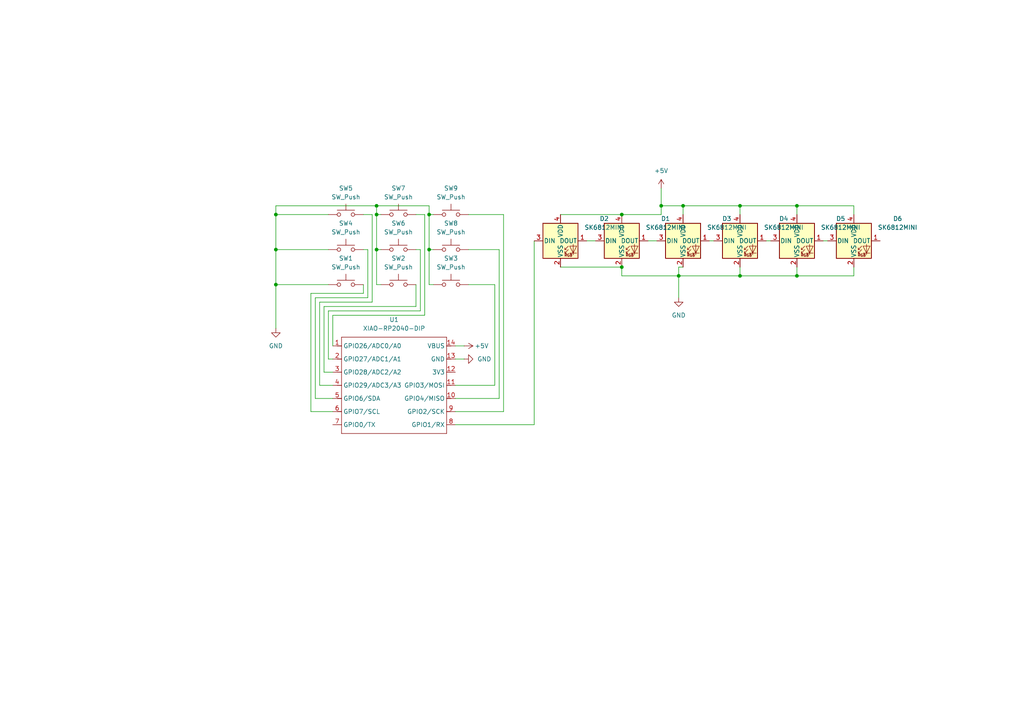
<source format=kicad_sch>
(kicad_sch
	(version 20250114)
	(generator "eeschema")
	(generator_version "9.0")
	(uuid "78277fb3-c972-49c6-a605-abad6374bf9e")
	(paper "A4")
	(lib_symbols
		(symbol "LED:SK6812MINI"
			(pin_names
				(offset 0.254)
			)
			(exclude_from_sim no)
			(in_bom yes)
			(on_board yes)
			(property "Reference" "D"
				(at 5.08 5.715 0)
				(effects
					(font
						(size 1.27 1.27)
					)
					(justify right bottom)
				)
			)
			(property "Value" "SK6812MINI"
				(at 1.27 -5.715 0)
				(effects
					(font
						(size 1.27 1.27)
					)
					(justify left top)
				)
			)
			(property "Footprint" "LED_SMD:LED_SK6812MINI_PLCC4_3.5x3.5mm_P1.75mm"
				(at 1.27 -7.62 0)
				(effects
					(font
						(size 1.27 1.27)
					)
					(justify left top)
					(hide yes)
				)
			)
			(property "Datasheet" "https://cdn-shop.adafruit.com/product-files/2686/SK6812MINI_REV.01-1-2.pdf"
				(at 2.54 -9.525 0)
				(effects
					(font
						(size 1.27 1.27)
					)
					(justify left top)
					(hide yes)
				)
			)
			(property "Description" "RGB LED with integrated controller"
				(at 0 0 0)
				(effects
					(font
						(size 1.27 1.27)
					)
					(hide yes)
				)
			)
			(property "ki_keywords" "RGB LED NeoPixel Mini addressable"
				(at 0 0 0)
				(effects
					(font
						(size 1.27 1.27)
					)
					(hide yes)
				)
			)
			(property "ki_fp_filters" "LED*SK6812MINI*PLCC*3.5x3.5mm*P1.75mm*"
				(at 0 0 0)
				(effects
					(font
						(size 1.27 1.27)
					)
					(hide yes)
				)
			)
			(symbol "SK6812MINI_0_0"
				(text "RGB"
					(at 2.286 -4.191 0)
					(effects
						(font
							(size 0.762 0.762)
						)
					)
				)
			)
			(symbol "SK6812MINI_0_1"
				(polyline
					(pts
						(xy 1.27 -2.54) (xy 1.778 -2.54)
					)
					(stroke
						(width 0)
						(type default)
					)
					(fill
						(type none)
					)
				)
				(polyline
					(pts
						(xy 1.27 -3.556) (xy 1.778 -3.556)
					)
					(stroke
						(width 0)
						(type default)
					)
					(fill
						(type none)
					)
				)
				(polyline
					(pts
						(xy 2.286 -1.524) (xy 1.27 -2.54) (xy 1.27 -2.032)
					)
					(stroke
						(width 0)
						(type default)
					)
					(fill
						(type none)
					)
				)
				(polyline
					(pts
						(xy 2.286 -2.54) (xy 1.27 -3.556) (xy 1.27 -3.048)
					)
					(stroke
						(width 0)
						(type default)
					)
					(fill
						(type none)
					)
				)
				(polyline
					(pts
						(xy 3.683 -1.016) (xy 3.683 -3.556) (xy 3.683 -4.064)
					)
					(stroke
						(width 0)
						(type default)
					)
					(fill
						(type none)
					)
				)
				(polyline
					(pts
						(xy 4.699 -1.524) (xy 2.667 -1.524) (xy 3.683 -3.556) (xy 4.699 -1.524)
					)
					(stroke
						(width 0)
						(type default)
					)
					(fill
						(type none)
					)
				)
				(polyline
					(pts
						(xy 4.699 -3.556) (xy 2.667 -3.556)
					)
					(stroke
						(width 0)
						(type default)
					)
					(fill
						(type none)
					)
				)
				(rectangle
					(start 5.08 5.08)
					(end -5.08 -5.08)
					(stroke
						(width 0.254)
						(type default)
					)
					(fill
						(type background)
					)
				)
			)
			(symbol "SK6812MINI_1_1"
				(pin input line
					(at -7.62 0 0)
					(length 2.54)
					(name "DIN"
						(effects
							(font
								(size 1.27 1.27)
							)
						)
					)
					(number "3"
						(effects
							(font
								(size 1.27 1.27)
							)
						)
					)
				)
				(pin power_in line
					(at 0 7.62 270)
					(length 2.54)
					(name "VDD"
						(effects
							(font
								(size 1.27 1.27)
							)
						)
					)
					(number "4"
						(effects
							(font
								(size 1.27 1.27)
							)
						)
					)
				)
				(pin power_in line
					(at 0 -7.62 90)
					(length 2.54)
					(name "VSS"
						(effects
							(font
								(size 1.27 1.27)
							)
						)
					)
					(number "2"
						(effects
							(font
								(size 1.27 1.27)
							)
						)
					)
				)
				(pin output line
					(at 7.62 0 180)
					(length 2.54)
					(name "DOUT"
						(effects
							(font
								(size 1.27 1.27)
							)
						)
					)
					(number "1"
						(effects
							(font
								(size 1.27 1.27)
							)
						)
					)
				)
			)
			(embedded_fonts no)
		)
		(symbol "OPL:XIAO-RP2040-DIP"
			(exclude_from_sim no)
			(in_bom yes)
			(on_board yes)
			(property "Reference" "U"
				(at 0 0 0)
				(effects
					(font
						(size 1.27 1.27)
					)
				)
			)
			(property "Value" "XIAO-RP2040-DIP"
				(at 5.334 -1.778 0)
				(effects
					(font
						(size 1.27 1.27)
					)
				)
			)
			(property "Footprint" "Module:MOUDLE14P-XIAO-DIP-SMD"
				(at 14.478 -32.258 0)
				(effects
					(font
						(size 1.27 1.27)
					)
					(hide yes)
				)
			)
			(property "Datasheet" ""
				(at 0 0 0)
				(effects
					(font
						(size 1.27 1.27)
					)
					(hide yes)
				)
			)
			(property "Description" ""
				(at 0 0 0)
				(effects
					(font
						(size 1.27 1.27)
					)
					(hide yes)
				)
			)
			(symbol "XIAO-RP2040-DIP_1_0"
				(polyline
					(pts
						(xy -1.27 -2.54) (xy 29.21 -2.54)
					)
					(stroke
						(width 0.1524)
						(type solid)
					)
					(fill
						(type none)
					)
				)
				(polyline
					(pts
						(xy -1.27 -5.08) (xy -2.54 -5.08)
					)
					(stroke
						(width 0.1524)
						(type solid)
					)
					(fill
						(type none)
					)
				)
				(polyline
					(pts
						(xy -1.27 -5.08) (xy -1.27 -2.54)
					)
					(stroke
						(width 0.1524)
						(type solid)
					)
					(fill
						(type none)
					)
				)
				(polyline
					(pts
						(xy -1.27 -8.89) (xy -2.54 -8.89)
					)
					(stroke
						(width 0.1524)
						(type solid)
					)
					(fill
						(type none)
					)
				)
				(polyline
					(pts
						(xy -1.27 -8.89) (xy -1.27 -5.08)
					)
					(stroke
						(width 0.1524)
						(type solid)
					)
					(fill
						(type none)
					)
				)
				(polyline
					(pts
						(xy -1.27 -12.7) (xy -2.54 -12.7)
					)
					(stroke
						(width 0.1524)
						(type solid)
					)
					(fill
						(type none)
					)
				)
				(polyline
					(pts
						(xy -1.27 -12.7) (xy -1.27 -8.89)
					)
					(stroke
						(width 0.1524)
						(type solid)
					)
					(fill
						(type none)
					)
				)
				(polyline
					(pts
						(xy -1.27 -16.51) (xy -2.54 -16.51)
					)
					(stroke
						(width 0.1524)
						(type solid)
					)
					(fill
						(type none)
					)
				)
				(polyline
					(pts
						(xy -1.27 -16.51) (xy -1.27 -12.7)
					)
					(stroke
						(width 0.1524)
						(type solid)
					)
					(fill
						(type none)
					)
				)
				(polyline
					(pts
						(xy -1.27 -20.32) (xy -2.54 -20.32)
					)
					(stroke
						(width 0.1524)
						(type solid)
					)
					(fill
						(type none)
					)
				)
				(polyline
					(pts
						(xy -1.27 -24.13) (xy -2.54 -24.13)
					)
					(stroke
						(width 0.1524)
						(type solid)
					)
					(fill
						(type none)
					)
				)
				(polyline
					(pts
						(xy -1.27 -27.94) (xy -2.54 -27.94)
					)
					(stroke
						(width 0.1524)
						(type solid)
					)
					(fill
						(type none)
					)
				)
				(polyline
					(pts
						(xy -1.27 -30.48) (xy -1.27 -16.51)
					)
					(stroke
						(width 0.1524)
						(type solid)
					)
					(fill
						(type none)
					)
				)
				(polyline
					(pts
						(xy 29.21 -2.54) (xy 29.21 -5.08)
					)
					(stroke
						(width 0.1524)
						(type solid)
					)
					(fill
						(type none)
					)
				)
				(polyline
					(pts
						(xy 29.21 -5.08) (xy 29.21 -8.89)
					)
					(stroke
						(width 0.1524)
						(type solid)
					)
					(fill
						(type none)
					)
				)
				(polyline
					(pts
						(xy 29.21 -8.89) (xy 29.21 -12.7)
					)
					(stroke
						(width 0.1524)
						(type solid)
					)
					(fill
						(type none)
					)
				)
				(polyline
					(pts
						(xy 29.21 -12.7) (xy 29.21 -30.48)
					)
					(stroke
						(width 0.1524)
						(type solid)
					)
					(fill
						(type none)
					)
				)
				(polyline
					(pts
						(xy 29.21 -30.48) (xy -1.27 -30.48)
					)
					(stroke
						(width 0.1524)
						(type solid)
					)
					(fill
						(type none)
					)
				)
				(polyline
					(pts
						(xy 30.48 -5.08) (xy 29.21 -5.08)
					)
					(stroke
						(width 0.1524)
						(type solid)
					)
					(fill
						(type none)
					)
				)
				(polyline
					(pts
						(xy 30.48 -8.89) (xy 29.21 -8.89)
					)
					(stroke
						(width 0.1524)
						(type solid)
					)
					(fill
						(type none)
					)
				)
				(polyline
					(pts
						(xy 30.48 -12.7) (xy 29.21 -12.7)
					)
					(stroke
						(width 0.1524)
						(type solid)
					)
					(fill
						(type none)
					)
				)
				(polyline
					(pts
						(xy 30.48 -16.51) (xy 29.21 -16.51)
					)
					(stroke
						(width 0.1524)
						(type solid)
					)
					(fill
						(type none)
					)
				)
				(polyline
					(pts
						(xy 30.48 -20.32) (xy 29.21 -20.32)
					)
					(stroke
						(width 0.1524)
						(type solid)
					)
					(fill
						(type none)
					)
				)
				(polyline
					(pts
						(xy 30.48 -24.13) (xy 29.21 -24.13)
					)
					(stroke
						(width 0.1524)
						(type solid)
					)
					(fill
						(type none)
					)
				)
				(polyline
					(pts
						(xy 30.48 -27.94) (xy 29.21 -27.94)
					)
					(stroke
						(width 0.1524)
						(type solid)
					)
					(fill
						(type none)
					)
				)
				(pin passive line
					(at -3.81 -5.08 0)
					(length 2.54)
					(name "GPIO26/ADC0/A0"
						(effects
							(font
								(size 1.27 1.27)
							)
						)
					)
					(number "1"
						(effects
							(font
								(size 1.27 1.27)
							)
						)
					)
				)
				(pin passive line
					(at -3.81 -8.89 0)
					(length 2.54)
					(name "GPIO27/ADC1/A1"
						(effects
							(font
								(size 1.27 1.27)
							)
						)
					)
					(number "2"
						(effects
							(font
								(size 1.27 1.27)
							)
						)
					)
				)
				(pin passive line
					(at -3.81 -12.7 0)
					(length 2.54)
					(name "GPIO28/ADC2/A2"
						(effects
							(font
								(size 1.27 1.27)
							)
						)
					)
					(number "3"
						(effects
							(font
								(size 1.27 1.27)
							)
						)
					)
				)
				(pin passive line
					(at -3.81 -16.51 0)
					(length 2.54)
					(name "GPIO29/ADC3/A3"
						(effects
							(font
								(size 1.27 1.27)
							)
						)
					)
					(number "4"
						(effects
							(font
								(size 1.27 1.27)
							)
						)
					)
				)
				(pin passive line
					(at -3.81 -20.32 0)
					(length 2.54)
					(name "GPIO6/SDA"
						(effects
							(font
								(size 1.27 1.27)
							)
						)
					)
					(number "5"
						(effects
							(font
								(size 1.27 1.27)
							)
						)
					)
				)
				(pin passive line
					(at -3.81 -24.13 0)
					(length 2.54)
					(name "GPIO7/SCL"
						(effects
							(font
								(size 1.27 1.27)
							)
						)
					)
					(number "6"
						(effects
							(font
								(size 1.27 1.27)
							)
						)
					)
				)
				(pin passive line
					(at -3.81 -27.94 0)
					(length 2.54)
					(name "GPIO0/TX"
						(effects
							(font
								(size 1.27 1.27)
							)
						)
					)
					(number "7"
						(effects
							(font
								(size 1.27 1.27)
							)
						)
					)
				)
				(pin passive line
					(at 31.75 -5.08 180)
					(length 2.54)
					(name "VBUS"
						(effects
							(font
								(size 1.27 1.27)
							)
						)
					)
					(number "14"
						(effects
							(font
								(size 1.27 1.27)
							)
						)
					)
				)
				(pin passive line
					(at 31.75 -8.89 180)
					(length 2.54)
					(name "GND"
						(effects
							(font
								(size 1.27 1.27)
							)
						)
					)
					(number "13"
						(effects
							(font
								(size 1.27 1.27)
							)
						)
					)
				)
				(pin passive line
					(at 31.75 -12.7 180)
					(length 2.54)
					(name "3V3"
						(effects
							(font
								(size 1.27 1.27)
							)
						)
					)
					(number "12"
						(effects
							(font
								(size 1.27 1.27)
							)
						)
					)
				)
				(pin passive line
					(at 31.75 -16.51 180)
					(length 2.54)
					(name "GPIO3/MOSI"
						(effects
							(font
								(size 1.27 1.27)
							)
						)
					)
					(number "11"
						(effects
							(font
								(size 1.27 1.27)
							)
						)
					)
				)
				(pin passive line
					(at 31.75 -20.32 180)
					(length 2.54)
					(name "GPIO4/MISO"
						(effects
							(font
								(size 1.27 1.27)
							)
						)
					)
					(number "10"
						(effects
							(font
								(size 1.27 1.27)
							)
						)
					)
				)
				(pin passive line
					(at 31.75 -24.13 180)
					(length 2.54)
					(name "GPIO2/SCK"
						(effects
							(font
								(size 1.27 1.27)
							)
						)
					)
					(number "9"
						(effects
							(font
								(size 1.27 1.27)
							)
						)
					)
				)
				(pin passive line
					(at 31.75 -27.94 180)
					(length 2.54)
					(name "GPIO1/RX"
						(effects
							(font
								(size 1.27 1.27)
							)
						)
					)
					(number "8"
						(effects
							(font
								(size 1.27 1.27)
							)
						)
					)
				)
			)
			(embedded_fonts no)
		)
		(symbol "Switch:SW_Push"
			(pin_numbers
				(hide yes)
			)
			(pin_names
				(offset 1.016)
				(hide yes)
			)
			(exclude_from_sim no)
			(in_bom yes)
			(on_board yes)
			(property "Reference" "SW"
				(at 1.27 2.54 0)
				(effects
					(font
						(size 1.27 1.27)
					)
					(justify left)
				)
			)
			(property "Value" "SW_Push"
				(at 0 -1.524 0)
				(effects
					(font
						(size 1.27 1.27)
					)
				)
			)
			(property "Footprint" ""
				(at 0 5.08 0)
				(effects
					(font
						(size 1.27 1.27)
					)
					(hide yes)
				)
			)
			(property "Datasheet" "~"
				(at 0 5.08 0)
				(effects
					(font
						(size 1.27 1.27)
					)
					(hide yes)
				)
			)
			(property "Description" "Push button switch, generic, two pins"
				(at 0 0 0)
				(effects
					(font
						(size 1.27 1.27)
					)
					(hide yes)
				)
			)
			(property "ki_keywords" "switch normally-open pushbutton push-button"
				(at 0 0 0)
				(effects
					(font
						(size 1.27 1.27)
					)
					(hide yes)
				)
			)
			(symbol "SW_Push_0_1"
				(circle
					(center -2.032 0)
					(radius 0.508)
					(stroke
						(width 0)
						(type default)
					)
					(fill
						(type none)
					)
				)
				(polyline
					(pts
						(xy 0 1.27) (xy 0 3.048)
					)
					(stroke
						(width 0)
						(type default)
					)
					(fill
						(type none)
					)
				)
				(circle
					(center 2.032 0)
					(radius 0.508)
					(stroke
						(width 0)
						(type default)
					)
					(fill
						(type none)
					)
				)
				(polyline
					(pts
						(xy 2.54 1.27) (xy -2.54 1.27)
					)
					(stroke
						(width 0)
						(type default)
					)
					(fill
						(type none)
					)
				)
				(pin passive line
					(at -5.08 0 0)
					(length 2.54)
					(name "1"
						(effects
							(font
								(size 1.27 1.27)
							)
						)
					)
					(number "1"
						(effects
							(font
								(size 1.27 1.27)
							)
						)
					)
				)
				(pin passive line
					(at 5.08 0 180)
					(length 2.54)
					(name "2"
						(effects
							(font
								(size 1.27 1.27)
							)
						)
					)
					(number "2"
						(effects
							(font
								(size 1.27 1.27)
							)
						)
					)
				)
			)
			(embedded_fonts no)
		)
		(symbol "power:+5V"
			(power)
			(pin_numbers
				(hide yes)
			)
			(pin_names
				(offset 0)
				(hide yes)
			)
			(exclude_from_sim no)
			(in_bom yes)
			(on_board yes)
			(property "Reference" "#PWR"
				(at 0 -3.81 0)
				(effects
					(font
						(size 1.27 1.27)
					)
					(hide yes)
				)
			)
			(property "Value" "+5V"
				(at 0 3.556 0)
				(effects
					(font
						(size 1.27 1.27)
					)
				)
			)
			(property "Footprint" ""
				(at 0 0 0)
				(effects
					(font
						(size 1.27 1.27)
					)
					(hide yes)
				)
			)
			(property "Datasheet" ""
				(at 0 0 0)
				(effects
					(font
						(size 1.27 1.27)
					)
					(hide yes)
				)
			)
			(property "Description" "Power symbol creates a global label with name \"+5V\""
				(at 0 0 0)
				(effects
					(font
						(size 1.27 1.27)
					)
					(hide yes)
				)
			)
			(property "ki_keywords" "global power"
				(at 0 0 0)
				(effects
					(font
						(size 1.27 1.27)
					)
					(hide yes)
				)
			)
			(symbol "+5V_0_1"
				(polyline
					(pts
						(xy -0.762 1.27) (xy 0 2.54)
					)
					(stroke
						(width 0)
						(type default)
					)
					(fill
						(type none)
					)
				)
				(polyline
					(pts
						(xy 0 2.54) (xy 0.762 1.27)
					)
					(stroke
						(width 0)
						(type default)
					)
					(fill
						(type none)
					)
				)
				(polyline
					(pts
						(xy 0 0) (xy 0 2.54)
					)
					(stroke
						(width 0)
						(type default)
					)
					(fill
						(type none)
					)
				)
			)
			(symbol "+5V_1_1"
				(pin power_in line
					(at 0 0 90)
					(length 0)
					(name "~"
						(effects
							(font
								(size 1.27 1.27)
							)
						)
					)
					(number "1"
						(effects
							(font
								(size 1.27 1.27)
							)
						)
					)
				)
			)
			(embedded_fonts no)
		)
		(symbol "power:GND"
			(power)
			(pin_numbers
				(hide yes)
			)
			(pin_names
				(offset 0)
				(hide yes)
			)
			(exclude_from_sim no)
			(in_bom yes)
			(on_board yes)
			(property "Reference" "#PWR"
				(at 0 -6.35 0)
				(effects
					(font
						(size 1.27 1.27)
					)
					(hide yes)
				)
			)
			(property "Value" "GND"
				(at 0 -3.81 0)
				(effects
					(font
						(size 1.27 1.27)
					)
				)
			)
			(property "Footprint" ""
				(at 0 0 0)
				(effects
					(font
						(size 1.27 1.27)
					)
					(hide yes)
				)
			)
			(property "Datasheet" ""
				(at 0 0 0)
				(effects
					(font
						(size 1.27 1.27)
					)
					(hide yes)
				)
			)
			(property "Description" "Power symbol creates a global label with name \"GND\" , ground"
				(at 0 0 0)
				(effects
					(font
						(size 1.27 1.27)
					)
					(hide yes)
				)
			)
			(property "ki_keywords" "global power"
				(at 0 0 0)
				(effects
					(font
						(size 1.27 1.27)
					)
					(hide yes)
				)
			)
			(symbol "GND_0_1"
				(polyline
					(pts
						(xy 0 0) (xy 0 -1.27) (xy 1.27 -1.27) (xy 0 -2.54) (xy -1.27 -1.27) (xy 0 -1.27)
					)
					(stroke
						(width 0)
						(type default)
					)
					(fill
						(type none)
					)
				)
			)
			(symbol "GND_1_1"
				(pin power_in line
					(at 0 0 270)
					(length 0)
					(name "~"
						(effects
							(font
								(size 1.27 1.27)
							)
						)
					)
					(number "1"
						(effects
							(font
								(size 1.27 1.27)
							)
						)
					)
				)
			)
			(embedded_fonts no)
		)
	)
	(junction
		(at 124.46 62.23)
		(diameter 0)
		(color 0 0 0 0)
		(uuid "10e3d82f-ed4a-4362-a579-640eb53f62b0")
	)
	(junction
		(at 109.22 59.69)
		(diameter 0)
		(color 0 0 0 0)
		(uuid "31fe6300-f4f8-415d-b5a8-b1cd0c5040fc")
	)
	(junction
		(at 80.01 62.23)
		(diameter 0)
		(color 0 0 0 0)
		(uuid "41136bae-b037-4d8e-8233-cd9716a1177e")
	)
	(junction
		(at 124.46 72.39)
		(diameter 0)
		(color 0 0 0 0)
		(uuid "47f66866-1b7f-451d-a546-a71c1e463c58")
	)
	(junction
		(at 80.01 82.55)
		(diameter 0)
		(color 0 0 0 0)
		(uuid "48667969-8fe5-42f4-aabd-d14a3da6efc9")
	)
	(junction
		(at 231.14 59.69)
		(diameter 0)
		(color 0 0 0 0)
		(uuid "51711fc1-3af3-48e7-bd53-25d758224ff9")
	)
	(junction
		(at 198.12 59.69)
		(diameter 0)
		(color 0 0 0 0)
		(uuid "57d991d2-e115-4a16-b507-62e28dd6fe91")
	)
	(junction
		(at 80.01 72.39)
		(diameter 0)
		(color 0 0 0 0)
		(uuid "709c8849-e7e8-4184-b22a-807f3829f281")
	)
	(junction
		(at 214.63 80.01)
		(diameter 0)
		(color 0 0 0 0)
		(uuid "7f7a3419-dc2e-4f95-a969-f978ef8bb44d")
	)
	(junction
		(at 180.34 77.47)
		(diameter 0)
		(color 0 0 0 0)
		(uuid "8402b22c-e2a4-431e-bf7a-a4101444c574")
	)
	(junction
		(at 191.77 59.69)
		(diameter 0)
		(color 0 0 0 0)
		(uuid "8f4ddcbc-f346-4cbf-9dbe-5a58088e6ed9")
	)
	(junction
		(at 109.22 72.39)
		(diameter 0)
		(color 0 0 0 0)
		(uuid "90dde0d2-8496-4bb1-b029-a06a30a4647a")
	)
	(junction
		(at 109.22 62.23)
		(diameter 0)
		(color 0 0 0 0)
		(uuid "b71ad2a0-5ee7-435d-a6e6-77b9b355f26e")
	)
	(junction
		(at 180.34 62.23)
		(diameter 0)
		(color 0 0 0 0)
		(uuid "b7da31e5-a18b-411e-aa03-1f6bdf92b858")
	)
	(junction
		(at 196.85 80.01)
		(diameter 0)
		(color 0 0 0 0)
		(uuid "cccea010-e033-43bd-acaf-f7d24df5a0a2")
	)
	(junction
		(at 231.14 80.01)
		(diameter 0)
		(color 0 0 0 0)
		(uuid "d6d8d6d0-3b5a-45a8-8917-0780f771812b")
	)
	(junction
		(at 214.63 59.69)
		(diameter 0)
		(color 0 0 0 0)
		(uuid "f92d3a87-bcdb-4dab-b5a6-8407764451a9")
	)
	(wire
		(pts
			(xy 109.22 62.23) (xy 109.22 72.39)
		)
		(stroke
			(width 0)
			(type default)
		)
		(uuid "01ed3e19-5d73-4f2a-b5ff-16878f969bad")
	)
	(wire
		(pts
			(xy 238.76 69.85) (xy 240.03 69.85)
		)
		(stroke
			(width 0)
			(type default)
		)
		(uuid "134d59ed-5744-4158-b258-1aa15d58224a")
	)
	(wire
		(pts
			(xy 95.25 62.23) (xy 80.01 62.23)
		)
		(stroke
			(width 0)
			(type default)
		)
		(uuid "153146df-7249-4585-bfdf-2b75de657b6c")
	)
	(wire
		(pts
			(xy 124.46 62.23) (xy 124.46 59.69)
		)
		(stroke
			(width 0)
			(type default)
		)
		(uuid "1768efbf-0e81-4ec6-9ef8-2e7b55d7f575")
	)
	(wire
		(pts
			(xy 80.01 82.55) (xy 80.01 95.25)
		)
		(stroke
			(width 0)
			(type default)
		)
		(uuid "181037c1-d15d-48ca-9b2b-61b40ccffc8c")
	)
	(wire
		(pts
			(xy 196.85 80.01) (xy 196.85 86.36)
		)
		(stroke
			(width 0)
			(type default)
		)
		(uuid "181d7bd5-123d-491d-b0c0-23ca32c0c074")
	)
	(wire
		(pts
			(xy 106.68 72.39) (xy 106.68 86.36)
		)
		(stroke
			(width 0)
			(type default)
		)
		(uuid "20c13a5f-8bb4-4ea9-a606-d3b5ff4fbd08")
	)
	(wire
		(pts
			(xy 109.22 59.69) (xy 124.46 59.69)
		)
		(stroke
			(width 0)
			(type default)
		)
		(uuid "2abcb781-f96e-46b9-8032-967142e4ef51")
	)
	(wire
		(pts
			(xy 135.89 72.39) (xy 144.78 72.39)
		)
		(stroke
			(width 0)
			(type default)
		)
		(uuid "305c1c7a-6805-451b-937e-7a19c614c44d")
	)
	(wire
		(pts
			(xy 247.65 62.23) (xy 247.65 59.69)
		)
		(stroke
			(width 0)
			(type default)
		)
		(uuid "315c30ae-d89c-4897-a9d7-01cb7a74d064")
	)
	(wire
		(pts
			(xy 222.25 69.85) (xy 223.52 69.85)
		)
		(stroke
			(width 0)
			(type default)
		)
		(uuid "37a8f92c-84f6-4a6b-a836-f119b91eb2a6")
	)
	(wire
		(pts
			(xy 135.89 62.23) (xy 146.05 62.23)
		)
		(stroke
			(width 0)
			(type default)
		)
		(uuid "3c10c55c-5627-47c9-a357-de5c48fa4fdf")
	)
	(wire
		(pts
			(xy 198.12 59.69) (xy 214.63 59.69)
		)
		(stroke
			(width 0)
			(type default)
		)
		(uuid "3dd2a9e8-63a3-408a-8ed2-bc0a0f6a8c9a")
	)
	(wire
		(pts
			(xy 120.65 88.9) (xy 93.98 88.9)
		)
		(stroke
			(width 0)
			(type default)
		)
		(uuid "4035f96f-fd3f-4fe1-83c9-2aed1d282339")
	)
	(wire
		(pts
			(xy 121.92 90.17) (xy 95.25 90.17)
		)
		(stroke
			(width 0)
			(type default)
		)
		(uuid "41fd93dd-8215-4745-8385-ad3c665453f5")
	)
	(wire
		(pts
			(xy 125.73 82.55) (xy 124.46 82.55)
		)
		(stroke
			(width 0)
			(type default)
		)
		(uuid "4308cd92-74ce-42b5-a87a-d3478cabecf5")
	)
	(wire
		(pts
			(xy 146.05 62.23) (xy 146.05 119.38)
		)
		(stroke
			(width 0)
			(type default)
		)
		(uuid "4380b3f8-7cc4-4054-838a-bdb0b7dc3b66")
	)
	(wire
		(pts
			(xy 214.63 62.23) (xy 214.63 59.69)
		)
		(stroke
			(width 0)
			(type default)
		)
		(uuid "44007f5d-451f-42fe-89e5-eb4ade85a82c")
	)
	(wire
		(pts
			(xy 125.73 72.39) (xy 124.46 72.39)
		)
		(stroke
			(width 0)
			(type default)
		)
		(uuid "44afd69e-2b46-48ea-86ba-b0f7bc8dcdfc")
	)
	(wire
		(pts
			(xy 124.46 72.39) (xy 124.46 82.55)
		)
		(stroke
			(width 0)
			(type default)
		)
		(uuid "4a8cfe70-4fc1-41f6-b829-d753ee88638d")
	)
	(wire
		(pts
			(xy 125.73 62.23) (xy 124.46 62.23)
		)
		(stroke
			(width 0)
			(type default)
		)
		(uuid "4d6d8cff-c1ee-48d9-8507-450900bcee93")
	)
	(wire
		(pts
			(xy 92.71 111.76) (xy 96.52 111.76)
		)
		(stroke
			(width 0)
			(type default)
		)
		(uuid "4fc77ea4-013b-4843-8e98-2fd7d25a33c9")
	)
	(wire
		(pts
			(xy 105.41 72.39) (xy 106.68 72.39)
		)
		(stroke
			(width 0)
			(type default)
		)
		(uuid "53bb93b3-08df-44a1-bded-3026f44e6edf")
	)
	(wire
		(pts
			(xy 180.34 80.01) (xy 196.85 80.01)
		)
		(stroke
			(width 0)
			(type default)
		)
		(uuid "59af991b-34df-4677-97c3-ce761076f3aa")
	)
	(wire
		(pts
			(xy 180.34 80.01) (xy 180.34 77.47)
		)
		(stroke
			(width 0)
			(type default)
		)
		(uuid "59c966f3-0930-4e7f-ad76-78bce6f810e0")
	)
	(wire
		(pts
			(xy 91.44 86.36) (xy 91.44 115.57)
		)
		(stroke
			(width 0)
			(type default)
		)
		(uuid "640cb65a-aa4b-4bb1-81e5-b97413c04703")
	)
	(wire
		(pts
			(xy 231.14 77.47) (xy 231.14 80.01)
		)
		(stroke
			(width 0)
			(type default)
		)
		(uuid "6cb2a621-82e8-46ab-8742-02916d5fe036")
	)
	(wire
		(pts
			(xy 90.17 85.09) (xy 90.17 119.38)
		)
		(stroke
			(width 0)
			(type default)
		)
		(uuid "6dbb34e7-cddd-4731-91ff-b534469ba5d9")
	)
	(wire
		(pts
			(xy 162.56 77.47) (xy 180.34 77.47)
		)
		(stroke
			(width 0)
			(type default)
		)
		(uuid "6fe3f9f5-3bca-4cc2-8c6b-135db7b209af")
	)
	(wire
		(pts
			(xy 247.65 59.69) (xy 231.14 59.69)
		)
		(stroke
			(width 0)
			(type default)
		)
		(uuid "7061df67-40d8-4465-a5eb-6e732bcfce67")
	)
	(wire
		(pts
			(xy 120.65 62.23) (xy 123.19 62.23)
		)
		(stroke
			(width 0)
			(type default)
		)
		(uuid "7301a99f-3b97-4ca4-b3f4-ffc06e2d3c8f")
	)
	(wire
		(pts
			(xy 162.56 62.23) (xy 180.34 62.23)
		)
		(stroke
			(width 0)
			(type default)
		)
		(uuid "738d30c6-378c-4eac-b76d-0941bc706259")
	)
	(wire
		(pts
			(xy 214.63 77.47) (xy 214.63 80.01)
		)
		(stroke
			(width 0)
			(type default)
		)
		(uuid "7ad6ccf0-f107-48d7-be00-def57359740f")
	)
	(wire
		(pts
			(xy 107.95 87.63) (xy 92.71 87.63)
		)
		(stroke
			(width 0)
			(type default)
		)
		(uuid "7c3651d3-e00c-45a2-b0b2-4d98ffdf191a")
	)
	(wire
		(pts
			(xy 205.74 69.85) (xy 207.01 69.85)
		)
		(stroke
			(width 0)
			(type default)
		)
		(uuid "7d02171c-f468-4647-99ad-7adcc9b42abd")
	)
	(wire
		(pts
			(xy 196.85 80.01) (xy 214.63 80.01)
		)
		(stroke
			(width 0)
			(type default)
		)
		(uuid "8135851f-de0c-45a5-b760-8fb85bc306d7")
	)
	(wire
		(pts
			(xy 144.78 72.39) (xy 144.78 115.57)
		)
		(stroke
			(width 0)
			(type default)
		)
		(uuid "816260de-079a-4b96-87b5-567fdcc7dd2c")
	)
	(wire
		(pts
			(xy 80.01 72.39) (xy 80.01 82.55)
		)
		(stroke
			(width 0)
			(type default)
		)
		(uuid "8523757e-bdff-43af-83f6-d9f6771bd287")
	)
	(wire
		(pts
			(xy 154.94 123.19) (xy 132.08 123.19)
		)
		(stroke
			(width 0)
			(type default)
		)
		(uuid "88304384-ea6e-4143-927f-c9ea154603e1")
	)
	(wire
		(pts
			(xy 124.46 62.23) (xy 124.46 72.39)
		)
		(stroke
			(width 0)
			(type default)
		)
		(uuid "88f14dd5-82d3-412f-af0d-0d1c5aa32893")
	)
	(wire
		(pts
			(xy 170.18 69.85) (xy 172.72 69.85)
		)
		(stroke
			(width 0)
			(type default)
		)
		(uuid "89ef60a3-d03b-472a-9c1f-398181cc1cc9")
	)
	(wire
		(pts
			(xy 109.22 59.69) (xy 80.01 59.69)
		)
		(stroke
			(width 0)
			(type default)
		)
		(uuid "8e62a915-ccd7-411b-a88a-1b10bbb24d17")
	)
	(wire
		(pts
			(xy 143.51 82.55) (xy 143.51 111.76)
		)
		(stroke
			(width 0)
			(type default)
		)
		(uuid "90572d56-b1ef-40b3-afd7-e0108adb0e37")
	)
	(wire
		(pts
			(xy 105.41 85.09) (xy 90.17 85.09)
		)
		(stroke
			(width 0)
			(type default)
		)
		(uuid "90b85a0b-589e-4569-acfa-1a1d6f082b7b")
	)
	(wire
		(pts
			(xy 123.19 91.44) (xy 96.52 91.44)
		)
		(stroke
			(width 0)
			(type default)
		)
		(uuid "95b2d5d1-3c53-4124-b16b-e2d983c82817")
	)
	(wire
		(pts
			(xy 198.12 77.47) (xy 196.85 77.47)
		)
		(stroke
			(width 0)
			(type default)
		)
		(uuid "9663385c-0d58-4494-b61d-05b89dd419e1")
	)
	(wire
		(pts
			(xy 132.08 100.33) (xy 134.62 100.33)
		)
		(stroke
			(width 0)
			(type default)
		)
		(uuid "98f7b701-e411-4c37-8a50-1e6875eb29f4")
	)
	(wire
		(pts
			(xy 180.34 62.23) (xy 191.77 62.23)
		)
		(stroke
			(width 0)
			(type default)
		)
		(uuid "9974b963-416c-43c0-b076-5736b38ec7ae")
	)
	(wire
		(pts
			(xy 146.05 119.38) (xy 132.08 119.38)
		)
		(stroke
			(width 0)
			(type default)
		)
		(uuid "9ab6b4dc-fcbd-42c5-8d05-c60dd818b5e5")
	)
	(wire
		(pts
			(xy 123.19 62.23) (xy 123.19 91.44)
		)
		(stroke
			(width 0)
			(type default)
		)
		(uuid "9bceba7b-16df-42d9-b8b0-a125c4fae735")
	)
	(wire
		(pts
			(xy 214.63 80.01) (xy 231.14 80.01)
		)
		(stroke
			(width 0)
			(type default)
		)
		(uuid "9f131437-5456-4433-bb83-0be07a534d5f")
	)
	(wire
		(pts
			(xy 144.78 115.57) (xy 132.08 115.57)
		)
		(stroke
			(width 0)
			(type default)
		)
		(uuid "a1381a4e-49e0-4659-8a26-9ce0735d55a5")
	)
	(wire
		(pts
			(xy 80.01 59.69) (xy 80.01 62.23)
		)
		(stroke
			(width 0)
			(type default)
		)
		(uuid "a260b8e7-286a-4394-a244-60da06559c18")
	)
	(wire
		(pts
			(xy 95.25 104.14) (xy 96.52 104.14)
		)
		(stroke
			(width 0)
			(type default)
		)
		(uuid "a3c65285-db66-4f94-8f6e-bacdc740377a")
	)
	(wire
		(pts
			(xy 191.77 54.61) (xy 191.77 59.69)
		)
		(stroke
			(width 0)
			(type default)
		)
		(uuid "a5baaca5-8c3c-45da-b888-fc722fd593b5")
	)
	(wire
		(pts
			(xy 187.96 69.85) (xy 190.5 69.85)
		)
		(stroke
			(width 0)
			(type default)
		)
		(uuid "a7ed4005-336e-484d-9bb1-f26bbfaf8165")
	)
	(wire
		(pts
			(xy 93.98 88.9) (xy 93.98 107.95)
		)
		(stroke
			(width 0)
			(type default)
		)
		(uuid "aa387390-be70-476b-9402-30747b00e5e1")
	)
	(wire
		(pts
			(xy 247.65 77.47) (xy 247.65 80.01)
		)
		(stroke
			(width 0)
			(type default)
		)
		(uuid "b0ef9bcf-c20f-4732-b8f5-01faae1f680b")
	)
	(wire
		(pts
			(xy 247.65 80.01) (xy 231.14 80.01)
		)
		(stroke
			(width 0)
			(type default)
		)
		(uuid "b21f5667-8683-4f9c-bfb6-8a31cdf595aa")
	)
	(wire
		(pts
			(xy 191.77 59.69) (xy 191.77 62.23)
		)
		(stroke
			(width 0)
			(type default)
		)
		(uuid "b57fe0e4-47d3-4cae-a188-db6eec463cac")
	)
	(wire
		(pts
			(xy 80.01 62.23) (xy 80.01 72.39)
		)
		(stroke
			(width 0)
			(type default)
		)
		(uuid "b734dcf2-a784-4bd8-9327-c77a77325943")
	)
	(wire
		(pts
			(xy 95.25 90.17) (xy 95.25 104.14)
		)
		(stroke
			(width 0)
			(type default)
		)
		(uuid "b8563501-658b-41bd-85e7-8e147c3ef300")
	)
	(wire
		(pts
			(xy 105.41 62.23) (xy 107.95 62.23)
		)
		(stroke
			(width 0)
			(type default)
		)
		(uuid "b86f8613-cd36-4dec-94ea-a62dd1494069")
	)
	(wire
		(pts
			(xy 96.52 91.44) (xy 96.52 100.33)
		)
		(stroke
			(width 0)
			(type default)
		)
		(uuid "bf22fb8a-fce0-40e1-a3a6-c85779dc9190")
	)
	(wire
		(pts
			(xy 109.22 72.39) (xy 109.22 82.55)
		)
		(stroke
			(width 0)
			(type default)
		)
		(uuid "c0861fbc-8915-4850-bca1-5eeabf1640f3")
	)
	(wire
		(pts
			(xy 121.92 72.39) (xy 121.92 90.17)
		)
		(stroke
			(width 0)
			(type default)
		)
		(uuid "c10ccccd-230d-450c-918e-6992a73abe28")
	)
	(wire
		(pts
			(xy 196.85 77.47) (xy 196.85 80.01)
		)
		(stroke
			(width 0)
			(type default)
		)
		(uuid "c57d26ed-0445-47d6-becf-637e4eac5c87")
	)
	(wire
		(pts
			(xy 154.94 69.85) (xy 154.94 123.19)
		)
		(stroke
			(width 0)
			(type default)
		)
		(uuid "c8cfa293-c07b-4a25-9ebc-69c03d64e925")
	)
	(wire
		(pts
			(xy 91.44 115.57) (xy 96.52 115.57)
		)
		(stroke
			(width 0)
			(type default)
		)
		(uuid "c92543e8-3176-4854-a8b5-cb65684e5b29")
	)
	(wire
		(pts
			(xy 95.25 82.55) (xy 80.01 82.55)
		)
		(stroke
			(width 0)
			(type default)
		)
		(uuid "c9952675-481d-4079-908a-1c33d987bb3b")
	)
	(wire
		(pts
			(xy 106.68 86.36) (xy 91.44 86.36)
		)
		(stroke
			(width 0)
			(type default)
		)
		(uuid "cb019e74-929e-4e2a-aa5c-b044e645a996")
	)
	(wire
		(pts
			(xy 90.17 119.38) (xy 96.52 119.38)
		)
		(stroke
			(width 0)
			(type default)
		)
		(uuid "cfa9304f-8320-46b8-9b3f-ce564708eeef")
	)
	(wire
		(pts
			(xy 231.14 59.69) (xy 214.63 59.69)
		)
		(stroke
			(width 0)
			(type default)
		)
		(uuid "d1f903c6-ccec-43bb-929e-4810370458fe")
	)
	(wire
		(pts
			(xy 120.65 82.55) (xy 120.65 88.9)
		)
		(stroke
			(width 0)
			(type default)
		)
		(uuid "d8126fe7-ff6e-4df1-900e-5d9692e7829a")
	)
	(wire
		(pts
			(xy 92.71 87.63) (xy 92.71 111.76)
		)
		(stroke
			(width 0)
			(type default)
		)
		(uuid "d87c270b-7aa9-4ab6-b388-57e6b44f49b1")
	)
	(wire
		(pts
			(xy 135.89 82.55) (xy 143.51 82.55)
		)
		(stroke
			(width 0)
			(type default)
		)
		(uuid "e014dc54-fcc2-4db1-affb-fbce76ce24b6")
	)
	(wire
		(pts
			(xy 132.08 104.14) (xy 134.62 104.14)
		)
		(stroke
			(width 0)
			(type default)
		)
		(uuid "e0a662ff-6f24-4e8c-bae8-0504bf5ae2b6")
	)
	(wire
		(pts
			(xy 191.77 59.69) (xy 198.12 59.69)
		)
		(stroke
			(width 0)
			(type default)
		)
		(uuid "e35a3b35-2a7d-4c84-b637-27f073b3b77c")
	)
	(wire
		(pts
			(xy 231.14 62.23) (xy 231.14 59.69)
		)
		(stroke
			(width 0)
			(type default)
		)
		(uuid "e4b1ab87-74d2-416d-8bb4-be5a961e8086")
	)
	(wire
		(pts
			(xy 93.98 107.95) (xy 96.52 107.95)
		)
		(stroke
			(width 0)
			(type default)
		)
		(uuid "eb43d84b-da47-41f9-bcb1-11e1cf92e315")
	)
	(wire
		(pts
			(xy 109.22 62.23) (xy 109.22 59.69)
		)
		(stroke
			(width 0)
			(type default)
		)
		(uuid "eb82ad9b-3ba9-406e-a6f4-8ac91c5afec8")
	)
	(wire
		(pts
			(xy 120.65 72.39) (xy 121.92 72.39)
		)
		(stroke
			(width 0)
			(type default)
		)
		(uuid "ec472690-75f3-4f9f-b526-fe1306caf17a")
	)
	(wire
		(pts
			(xy 80.01 72.39) (xy 95.25 72.39)
		)
		(stroke
			(width 0)
			(type default)
		)
		(uuid "ee61dd2a-4ebd-43da-8fb3-195212127336")
	)
	(wire
		(pts
			(xy 109.22 72.39) (xy 110.49 72.39)
		)
		(stroke
			(width 0)
			(type default)
		)
		(uuid "f25ab447-85ee-4c96-9efb-2a1e9f45fcad")
	)
	(wire
		(pts
			(xy 109.22 82.55) (xy 110.49 82.55)
		)
		(stroke
			(width 0)
			(type default)
		)
		(uuid "f4ccdded-ff17-4574-bf8b-17901484bef1")
	)
	(wire
		(pts
			(xy 132.08 111.76) (xy 143.51 111.76)
		)
		(stroke
			(width 0)
			(type default)
		)
		(uuid "f7cdcf9e-4f1b-4508-85b9-e65390fe1278")
	)
	(wire
		(pts
			(xy 198.12 59.69) (xy 198.12 62.23)
		)
		(stroke
			(width 0)
			(type default)
		)
		(uuid "fa4d27ea-9248-4cb9-ace7-e1720c314776")
	)
	(wire
		(pts
			(xy 109.22 62.23) (xy 110.49 62.23)
		)
		(stroke
			(width 0)
			(type default)
		)
		(uuid "fcc2e6f8-41c6-4dd8-aad8-d528256138d7")
	)
	(wire
		(pts
			(xy 107.95 62.23) (xy 107.95 87.63)
		)
		(stroke
			(width 0)
			(type default)
		)
		(uuid "fd03ee8e-51e1-4d98-936b-05d82c735aac")
	)
	(wire
		(pts
			(xy 105.41 82.55) (xy 105.41 85.09)
		)
		(stroke
			(width 0)
			(type default)
		)
		(uuid "feae0884-e8eb-4b5d-a287-87c6bbc88107")
	)
	(symbol
		(lib_id "power:+5V")
		(at 191.77 54.61 0)
		(unit 1)
		(exclude_from_sim no)
		(in_bom yes)
		(on_board yes)
		(dnp no)
		(fields_autoplaced yes)
		(uuid "012b1d04-309e-4d5c-b529-f77df5ade3d4")
		(property "Reference" "#PWR05"
			(at 191.77 58.42 0)
			(effects
				(font
					(size 1.27 1.27)
				)
				(hide yes)
			)
		)
		(property "Value" "+5V"
			(at 191.77 49.53 0)
			(effects
				(font
					(size 1.27 1.27)
				)
			)
		)
		(property "Footprint" ""
			(at 191.77 54.61 0)
			(effects
				(font
					(size 1.27 1.27)
				)
				(hide yes)
			)
		)
		(property "Datasheet" ""
			(at 191.77 54.61 0)
			(effects
				(font
					(size 1.27 1.27)
				)
				(hide yes)
			)
		)
		(property "Description" "Power symbol creates a global label with name \"+5V\""
			(at 191.77 54.61 0)
			(effects
				(font
					(size 1.27 1.27)
				)
				(hide yes)
			)
		)
		(pin "1"
			(uuid "dcda24b4-9910-4739-a930-1a44125e8f8d")
		)
		(instances
			(project ""
				(path "/78277fb3-c972-49c6-a605-abad6374bf9e"
					(reference "#PWR05")
					(unit 1)
				)
			)
		)
	)
	(symbol
		(lib_id "Switch:SW_Push")
		(at 100.33 62.23 0)
		(unit 1)
		(exclude_from_sim no)
		(in_bom yes)
		(on_board yes)
		(dnp no)
		(fields_autoplaced yes)
		(uuid "092271f7-3661-4fca-a776-0136649d4628")
		(property "Reference" "SW5"
			(at 100.33 54.61 0)
			(effects
				(font
					(size 1.27 1.27)
				)
			)
		)
		(property "Value" "SW_Push"
			(at 100.33 57.15 0)
			(effects
				(font
					(size 1.27 1.27)
				)
			)
		)
		(property "Footprint" "Button_Switch_Keyboard:SW_Cherry_MX_1.00u_PCB"
			(at 100.33 57.15 0)
			(effects
				(font
					(size 1.27 1.27)
				)
				(hide yes)
			)
		)
		(property "Datasheet" "~"
			(at 100.33 57.15 0)
			(effects
				(font
					(size 1.27 1.27)
				)
				(hide yes)
			)
		)
		(property "Description" "Push button switch, generic, two pins"
			(at 100.33 62.23 0)
			(effects
				(font
					(size 1.27 1.27)
				)
				(hide yes)
			)
		)
		(pin "1"
			(uuid "710411fc-8dc1-43d7-8d3a-922602bd5f0d")
		)
		(pin "2"
			(uuid "48ced98c-1f4e-4bc0-84f5-32d317ca4ffd")
		)
		(instances
			(project ""
				(path "/78277fb3-c972-49c6-a605-abad6374bf9e"
					(reference "SW5")
					(unit 1)
				)
			)
		)
	)
	(symbol
		(lib_id "LED:SK6812MINI")
		(at 162.56 69.85 0)
		(unit 1)
		(exclude_from_sim no)
		(in_bom yes)
		(on_board yes)
		(dnp no)
		(fields_autoplaced yes)
		(uuid "20bbbcc5-dd7a-49fd-a474-ccbe963739e3")
		(property "Reference" "D2"
			(at 175.26 63.4298 0)
			(effects
				(font
					(size 1.27 1.27)
				)
			)
		)
		(property "Value" "SK6812MINI"
			(at 175.26 65.9698 0)
			(effects
				(font
					(size 1.27 1.27)
				)
			)
		)
		(property "Footprint" "LED_SMD:LED_SK6812MINI_PLCC4_3.5x3.5mm_P1.75mm"
			(at 163.83 77.47 0)
			(effects
				(font
					(size 1.27 1.27)
				)
				(justify left top)
				(hide yes)
			)
		)
		(property "Datasheet" "https://cdn-shop.adafruit.com/product-files/2686/SK6812MINI_REV.01-1-2.pdf"
			(at 165.1 79.375 0)
			(effects
				(font
					(size 1.27 1.27)
				)
				(justify left top)
				(hide yes)
			)
		)
		(property "Description" "RGB LED with integrated controller"
			(at 162.56 69.85 0)
			(effects
				(font
					(size 1.27 1.27)
				)
				(hide yes)
			)
		)
		(pin "2"
			(uuid "dafa1039-fb3f-4ec9-8be6-9bebc5507541")
		)
		(pin "4"
			(uuid "283b6bd6-8b5f-4518-b9c8-49af9b956239")
		)
		(pin "1"
			(uuid "57d6b425-61d8-4f09-9e8d-639d1e0f2f2e")
		)
		(pin "3"
			(uuid "23c00822-c5b5-4cc7-b4d1-dc5721f01d91")
		)
		(instances
			(project ""
				(path "/78277fb3-c972-49c6-a605-abad6374bf9e"
					(reference "D2")
					(unit 1)
				)
			)
		)
	)
	(symbol
		(lib_id "power:+5V")
		(at 134.62 100.33 270)
		(unit 1)
		(exclude_from_sim no)
		(in_bom yes)
		(on_board yes)
		(dnp no)
		(uuid "269aad1b-6078-4110-8fd0-4612467727a7")
		(property "Reference" "#PWR04"
			(at 130.81 100.33 0)
			(effects
				(font
					(size 1.27 1.27)
				)
				(hide yes)
			)
		)
		(property "Value" "+5V"
			(at 139.7 100.33 90)
			(effects
				(font
					(size 1.27 1.27)
				)
			)
		)
		(property "Footprint" ""
			(at 134.62 100.33 0)
			(effects
				(font
					(size 1.27 1.27)
				)
				(hide yes)
			)
		)
		(property "Datasheet" ""
			(at 134.62 100.33 0)
			(effects
				(font
					(size 1.27 1.27)
				)
				(hide yes)
			)
		)
		(property "Description" "Power symbol creates a global label with name \"+5V\""
			(at 134.62 100.33 0)
			(effects
				(font
					(size 1.27 1.27)
				)
				(hide yes)
			)
		)
		(pin "1"
			(uuid "5765ba17-ea68-44b9-a8bb-191d6ebd19da")
		)
		(instances
			(project ""
				(path "/78277fb3-c972-49c6-a605-abad6374bf9e"
					(reference "#PWR04")
					(unit 1)
				)
			)
		)
	)
	(symbol
		(lib_id "Switch:SW_Push")
		(at 100.33 72.39 0)
		(unit 1)
		(exclude_from_sim no)
		(in_bom yes)
		(on_board yes)
		(dnp no)
		(fields_autoplaced yes)
		(uuid "33345d30-df14-4fe5-a73c-15327401ff9c")
		(property "Reference" "SW4"
			(at 100.33 64.77 0)
			(effects
				(font
					(size 1.27 1.27)
				)
			)
		)
		(property "Value" "SW_Push"
			(at 100.33 67.31 0)
			(effects
				(font
					(size 1.27 1.27)
				)
			)
		)
		(property "Footprint" "Button_Switch_Keyboard:SW_Cherry_MX_1.00u_PCB"
			(at 100.33 67.31 0)
			(effects
				(font
					(size 1.27 1.27)
				)
				(hide yes)
			)
		)
		(property "Datasheet" "~"
			(at 100.33 67.31 0)
			(effects
				(font
					(size 1.27 1.27)
				)
				(hide yes)
			)
		)
		(property "Description" "Push button switch, generic, two pins"
			(at 100.33 72.39 0)
			(effects
				(font
					(size 1.27 1.27)
				)
				(hide yes)
			)
		)
		(pin "1"
			(uuid "710411fc-8dc1-43d7-8d3a-922602bd5f0e")
		)
		(pin "2"
			(uuid "48ced98c-1f4e-4bc0-84f5-32d317ca4ffe")
		)
		(instances
			(project ""
				(path "/78277fb3-c972-49c6-a605-abad6374bf9e"
					(reference "SW4")
					(unit 1)
				)
			)
		)
	)
	(symbol
		(lib_id "Switch:SW_Push")
		(at 130.81 82.55 0)
		(unit 1)
		(exclude_from_sim no)
		(in_bom yes)
		(on_board yes)
		(dnp no)
		(fields_autoplaced yes)
		(uuid "43ab8eda-e526-4910-b625-dcd7d7f9fecd")
		(property "Reference" "SW3"
			(at 130.81 74.93 0)
			(effects
				(font
					(size 1.27 1.27)
				)
			)
		)
		(property "Value" "SW_Push"
			(at 130.81 77.47 0)
			(effects
				(font
					(size 1.27 1.27)
				)
			)
		)
		(property "Footprint" "Button_Switch_Keyboard:SW_Cherry_MX_1.00u_PCB"
			(at 130.81 77.47 0)
			(effects
				(font
					(size 1.27 1.27)
				)
				(hide yes)
			)
		)
		(property "Datasheet" "~"
			(at 130.81 77.47 0)
			(effects
				(font
					(size 1.27 1.27)
				)
				(hide yes)
			)
		)
		(property "Description" "Push button switch, generic, two pins"
			(at 130.81 82.55 0)
			(effects
				(font
					(size 1.27 1.27)
				)
				(hide yes)
			)
		)
		(pin "1"
			(uuid "710411fc-8dc1-43d7-8d3a-922602bd5f0f")
		)
		(pin "2"
			(uuid "48ced98c-1f4e-4bc0-84f5-32d317ca4fff")
		)
		(instances
			(project ""
				(path "/78277fb3-c972-49c6-a605-abad6374bf9e"
					(reference "SW3")
					(unit 1)
				)
			)
		)
	)
	(symbol
		(lib_id "LED:SK6812MINI")
		(at 198.12 69.85 0)
		(unit 1)
		(exclude_from_sim no)
		(in_bom yes)
		(on_board yes)
		(dnp no)
		(uuid "7e3a57e6-b464-4eb8-9886-dcf509990312")
		(property "Reference" "D3"
			(at 210.82 63.4298 0)
			(effects
				(font
					(size 1.27 1.27)
				)
			)
		)
		(property "Value" "SK6812MINI"
			(at 210.82 65.9698 0)
			(effects
				(font
					(size 1.27 1.27)
				)
			)
		)
		(property "Footprint" "LED_SMD:LED_SK6812MINI_PLCC4_3.5x3.5mm_P1.75mm"
			(at 199.39 77.47 0)
			(effects
				(font
					(size 1.27 1.27)
				)
				(justify left top)
				(hide yes)
			)
		)
		(property "Datasheet" "https://cdn-shop.adafruit.com/product-files/2686/SK6812MINI_REV.01-1-2.pdf"
			(at 200.66 79.375 0)
			(effects
				(font
					(size 1.27 1.27)
				)
				(justify left top)
				(hide yes)
			)
		)
		(property "Description" "RGB LED with integrated controller"
			(at 198.12 69.85 0)
			(effects
				(font
					(size 1.27 1.27)
				)
				(hide yes)
			)
		)
		(pin "1"
			(uuid "c8df7aff-a1a9-4dba-885e-96cd7cc9e4de")
		)
		(pin "3"
			(uuid "57bd9944-1499-400d-adbe-ccf7695884a9")
		)
		(pin "2"
			(uuid "6fc334e7-46db-4562-9f03-c7aff3af7d8d")
		)
		(pin "4"
			(uuid "76ec1511-1364-4836-87b0-b0c2aa501c57")
		)
		(instances
			(project ""
				(path "/78277fb3-c972-49c6-a605-abad6374bf9e"
					(reference "D3")
					(unit 1)
				)
			)
		)
	)
	(symbol
		(lib_id "power:GND")
		(at 134.62 104.14 90)
		(unit 1)
		(exclude_from_sim no)
		(in_bom yes)
		(on_board yes)
		(dnp no)
		(fields_autoplaced yes)
		(uuid "84386d71-a265-40f6-943b-d711c900d468")
		(property "Reference" "#PWR03"
			(at 140.97 104.14 0)
			(effects
				(font
					(size 1.27 1.27)
				)
				(hide yes)
			)
		)
		(property "Value" "GND"
			(at 138.43 104.1399 90)
			(effects
				(font
					(size 1.27 1.27)
				)
				(justify right)
			)
		)
		(property "Footprint" ""
			(at 134.62 104.14 0)
			(effects
				(font
					(size 1.27 1.27)
				)
				(hide yes)
			)
		)
		(property "Datasheet" ""
			(at 134.62 104.14 0)
			(effects
				(font
					(size 1.27 1.27)
				)
				(hide yes)
			)
		)
		(property "Description" "Power symbol creates a global label with name \"GND\" , ground"
			(at 134.62 104.14 0)
			(effects
				(font
					(size 1.27 1.27)
				)
				(hide yes)
			)
		)
		(pin "1"
			(uuid "7006b517-d81c-404d-af94-e16cc0ed218c")
		)
		(instances
			(project ""
				(path "/78277fb3-c972-49c6-a605-abad6374bf9e"
					(reference "#PWR03")
					(unit 1)
				)
			)
		)
	)
	(symbol
		(lib_id "LED:SK6812MINI")
		(at 214.63 69.85 0)
		(unit 1)
		(exclude_from_sim no)
		(in_bom yes)
		(on_board yes)
		(dnp no)
		(fields_autoplaced yes)
		(uuid "849f7b16-ac90-47df-a22f-4379bd688d44")
		(property "Reference" "D4"
			(at 227.33 63.4298 0)
			(effects
				(font
					(size 1.27 1.27)
				)
			)
		)
		(property "Value" "SK6812MINI"
			(at 227.33 65.9698 0)
			(effects
				(font
					(size 1.27 1.27)
				)
			)
		)
		(property "Footprint" "LED_SMD:LED_SK6812MINI_PLCC4_3.5x3.5mm_P1.75mm"
			(at 215.9 77.47 0)
			(effects
				(font
					(size 1.27 1.27)
				)
				(justify left top)
				(hide yes)
			)
		)
		(property "Datasheet" "https://cdn-shop.adafruit.com/product-files/2686/SK6812MINI_REV.01-1-2.pdf"
			(at 217.17 79.375 0)
			(effects
				(font
					(size 1.27 1.27)
				)
				(justify left top)
				(hide yes)
			)
		)
		(property "Description" "RGB LED with integrated controller"
			(at 214.63 69.85 0)
			(effects
				(font
					(size 1.27 1.27)
				)
				(hide yes)
			)
		)
		(pin "1"
			(uuid "c8df7aff-a1a9-4dba-885e-96cd7cc9e4df")
		)
		(pin "3"
			(uuid "57bd9944-1499-400d-adbe-ccf7695884aa")
		)
		(pin "2"
			(uuid "6fc334e7-46db-4562-9f03-c7aff3af7d8e")
		)
		(pin "4"
			(uuid "76ec1511-1364-4836-87b0-b0c2aa501c58")
		)
		(instances
			(project ""
				(path "/78277fb3-c972-49c6-a605-abad6374bf9e"
					(reference "D4")
					(unit 1)
				)
			)
		)
	)
	(symbol
		(lib_id "Switch:SW_Push")
		(at 115.57 62.23 0)
		(unit 1)
		(exclude_from_sim no)
		(in_bom yes)
		(on_board yes)
		(dnp no)
		(fields_autoplaced yes)
		(uuid "a55ece2d-d021-4c11-9ebd-fd6e1f60fdda")
		(property "Reference" "SW7"
			(at 115.57 54.61 0)
			(effects
				(font
					(size 1.27 1.27)
				)
			)
		)
		(property "Value" "SW_Push"
			(at 115.57 57.15 0)
			(effects
				(font
					(size 1.27 1.27)
				)
			)
		)
		(property "Footprint" "Button_Switch_Keyboard:SW_Cherry_MX_1.00u_PCB"
			(at 115.57 57.15 0)
			(effects
				(font
					(size 1.27 1.27)
				)
				(hide yes)
			)
		)
		(property "Datasheet" "~"
			(at 115.57 57.15 0)
			(effects
				(font
					(size 1.27 1.27)
				)
				(hide yes)
			)
		)
		(property "Description" "Push button switch, generic, two pins"
			(at 115.57 62.23 0)
			(effects
				(font
					(size 1.27 1.27)
				)
				(hide yes)
			)
		)
		(pin "1"
			(uuid "710411fc-8dc1-43d7-8d3a-922602bd5f10")
		)
		(pin "2"
			(uuid "48ced98c-1f4e-4bc0-84f5-32d317ca5000")
		)
		(instances
			(project ""
				(path "/78277fb3-c972-49c6-a605-abad6374bf9e"
					(reference "SW7")
					(unit 1)
				)
			)
		)
	)
	(symbol
		(lib_id "Switch:SW_Push")
		(at 130.81 62.23 0)
		(unit 1)
		(exclude_from_sim no)
		(in_bom yes)
		(on_board yes)
		(dnp no)
		(fields_autoplaced yes)
		(uuid "a587c18f-6f17-42d9-afbb-f821d6663b7f")
		(property "Reference" "SW9"
			(at 130.81 54.61 0)
			(effects
				(font
					(size 1.27 1.27)
				)
			)
		)
		(property "Value" "SW_Push"
			(at 130.81 57.15 0)
			(effects
				(font
					(size 1.27 1.27)
				)
			)
		)
		(property "Footprint" "Button_Switch_Keyboard:SW_Cherry_MX_1.00u_PCB"
			(at 130.81 57.15 0)
			(effects
				(font
					(size 1.27 1.27)
				)
				(hide yes)
			)
		)
		(property "Datasheet" "~"
			(at 130.81 57.15 0)
			(effects
				(font
					(size 1.27 1.27)
				)
				(hide yes)
			)
		)
		(property "Description" "Push button switch, generic, two pins"
			(at 130.81 62.23 0)
			(effects
				(font
					(size 1.27 1.27)
				)
				(hide yes)
			)
		)
		(pin "1"
			(uuid "710411fc-8dc1-43d7-8d3a-922602bd5f11")
		)
		(pin "2"
			(uuid "48ced98c-1f4e-4bc0-84f5-32d317ca5001")
		)
		(instances
			(project ""
				(path "/78277fb3-c972-49c6-a605-abad6374bf9e"
					(reference "SW9")
					(unit 1)
				)
			)
		)
	)
	(symbol
		(lib_id "LED:SK6812MINI")
		(at 247.65 69.85 0)
		(unit 1)
		(exclude_from_sim no)
		(in_bom yes)
		(on_board yes)
		(dnp no)
		(fields_autoplaced yes)
		(uuid "a7d2ca20-ad94-42cd-a18d-c51d2f330023")
		(property "Reference" "D6"
			(at 260.35 63.4298 0)
			(effects
				(font
					(size 1.27 1.27)
				)
			)
		)
		(property "Value" "SK6812MINI"
			(at 260.35 65.9698 0)
			(effects
				(font
					(size 1.27 1.27)
				)
			)
		)
		(property "Footprint" "LED_SMD:LED_SK6812MINI_PLCC4_3.5x3.5mm_P1.75mm"
			(at 248.92 77.47 0)
			(effects
				(font
					(size 1.27 1.27)
				)
				(justify left top)
				(hide yes)
			)
		)
		(property "Datasheet" "https://cdn-shop.adafruit.com/product-files/2686/SK6812MINI_REV.01-1-2.pdf"
			(at 250.19 79.375 0)
			(effects
				(font
					(size 1.27 1.27)
				)
				(justify left top)
				(hide yes)
			)
		)
		(property "Description" "RGB LED with integrated controller"
			(at 247.65 69.85 0)
			(effects
				(font
					(size 1.27 1.27)
				)
				(hide yes)
			)
		)
		(pin "1"
			(uuid "c8df7aff-a1a9-4dba-885e-96cd7cc9e4e0")
		)
		(pin "3"
			(uuid "57bd9944-1499-400d-adbe-ccf7695884ab")
		)
		(pin "2"
			(uuid "6fc334e7-46db-4562-9f03-c7aff3af7d8f")
		)
		(pin "4"
			(uuid "76ec1511-1364-4836-87b0-b0c2aa501c59")
		)
		(instances
			(project ""
				(path "/78277fb3-c972-49c6-a605-abad6374bf9e"
					(reference "D6")
					(unit 1)
				)
			)
		)
	)
	(symbol
		(lib_id "OPL:XIAO-RP2040-DIP")
		(at 100.33 95.25 0)
		(unit 1)
		(exclude_from_sim no)
		(in_bom yes)
		(on_board yes)
		(dnp no)
		(fields_autoplaced yes)
		(uuid "aa7aa65c-f9ec-4753-97a7-1ea51eca4830")
		(property "Reference" "U1"
			(at 114.3 92.71 0)
			(effects
				(font
					(size 1.27 1.27)
				)
			)
		)
		(property "Value" "XIAO-RP2040-DIP"
			(at 114.3 95.25 0)
			(effects
				(font
					(size 1.27 1.27)
				)
			)
		)
		(property "Footprint" "opl:XIAO-RP2040-DIP"
			(at 114.808 127.508 0)
			(effects
				(font
					(size 1.27 1.27)
				)
				(hide yes)
			)
		)
		(property "Datasheet" ""
			(at 100.33 95.25 0)
			(effects
				(font
					(size 1.27 1.27)
				)
				(hide yes)
			)
		)
		(property "Description" ""
			(at 100.33 95.25 0)
			(effects
				(font
					(size 1.27 1.27)
				)
				(hide yes)
			)
		)
		(pin "1"
			(uuid "6cc11e57-8168-4ffd-819f-e3e5b05f886c")
		)
		(pin "5"
			(uuid "d0f6f437-87ec-4adb-91fc-0d9cbb99027d")
		)
		(pin "2"
			(uuid "21999be8-aa6c-4998-acf6-74cf898ec6d1")
		)
		(pin "14"
			(uuid "0ff60aa8-9784-47ca-b364-cc604e75852a")
		)
		(pin "6"
			(uuid "96ff52ba-715a-4f65-914d-3ade80dcf05a")
		)
		(pin "8"
			(uuid "d5427d95-822e-49da-896e-63d79100415b")
		)
		(pin "10"
			(uuid "ff31476e-c134-455d-9e0e-1ae428e073ed")
		)
		(pin "12"
			(uuid "02b64cc4-78ac-4ee6-bcfc-2cb2a10b130d")
		)
		(pin "7"
			(uuid "c0c50e87-282d-4dc0-914d-f07809e01616")
		)
		(pin "3"
			(uuid "5a4b16cc-fe85-42ca-a7b4-a18b10d4d1ee")
		)
		(pin "4"
			(uuid "0a11adab-1b3a-4943-98dc-3630f35fc6d5")
		)
		(pin "13"
			(uuid "c3ffe17c-2127-4441-80a9-3cf96c462252")
		)
		(pin "11"
			(uuid "a3d7ca64-0eaf-4c3d-a51e-fc4bfa406862")
		)
		(pin "9"
			(uuid "0155b6b4-a842-4d64-b6e1-02b3ace8b4cd")
		)
		(instances
			(project ""
				(path "/78277fb3-c972-49c6-a605-abad6374bf9e"
					(reference "U1")
					(unit 1)
				)
			)
		)
	)
	(symbol
		(lib_id "Switch:SW_Push")
		(at 115.57 82.55 0)
		(unit 1)
		(exclude_from_sim no)
		(in_bom yes)
		(on_board yes)
		(dnp no)
		(fields_autoplaced yes)
		(uuid "b4d87e7b-774d-441d-a65c-9db56db2fd9b")
		(property "Reference" "SW2"
			(at 115.57 74.93 0)
			(effects
				(font
					(size 1.27 1.27)
				)
			)
		)
		(property "Value" "SW_Push"
			(at 115.57 77.47 0)
			(effects
				(font
					(size 1.27 1.27)
				)
			)
		)
		(property "Footprint" "Button_Switch_Keyboard:SW_Cherry_MX_1.00u_PCB"
			(at 115.57 77.47 0)
			(effects
				(font
					(size 1.27 1.27)
				)
				(hide yes)
			)
		)
		(property "Datasheet" "~"
			(at 115.57 77.47 0)
			(effects
				(font
					(size 1.27 1.27)
				)
				(hide yes)
			)
		)
		(property "Description" "Push button switch, generic, two pins"
			(at 115.57 82.55 0)
			(effects
				(font
					(size 1.27 1.27)
				)
				(hide yes)
			)
		)
		(pin "1"
			(uuid "710411fc-8dc1-43d7-8d3a-922602bd5f12")
		)
		(pin "2"
			(uuid "48ced98c-1f4e-4bc0-84f5-32d317ca5002")
		)
		(instances
			(project ""
				(path "/78277fb3-c972-49c6-a605-abad6374bf9e"
					(reference "SW2")
					(unit 1)
				)
			)
		)
	)
	(symbol
		(lib_id "power:GND")
		(at 196.85 86.36 0)
		(unit 1)
		(exclude_from_sim no)
		(in_bom yes)
		(on_board yes)
		(dnp no)
		(fields_autoplaced yes)
		(uuid "b7b70c37-1d40-4aa1-8ec7-1ace81b22789")
		(property "Reference" "#PWR01"
			(at 196.85 92.71 0)
			(effects
				(font
					(size 1.27 1.27)
				)
				(hide yes)
			)
		)
		(property "Value" "GND"
			(at 196.85 91.44 0)
			(effects
				(font
					(size 1.27 1.27)
				)
			)
		)
		(property "Footprint" ""
			(at 196.85 86.36 0)
			(effects
				(font
					(size 1.27 1.27)
				)
				(hide yes)
			)
		)
		(property "Datasheet" ""
			(at 196.85 86.36 0)
			(effects
				(font
					(size 1.27 1.27)
				)
				(hide yes)
			)
		)
		(property "Description" "Power symbol creates a global label with name \"GND\" , ground"
			(at 196.85 86.36 0)
			(effects
				(font
					(size 1.27 1.27)
				)
				(hide yes)
			)
		)
		(pin "1"
			(uuid "266606a2-88a4-4854-b4c7-ccd3c135b877")
		)
		(instances
			(project ""
				(path "/78277fb3-c972-49c6-a605-abad6374bf9e"
					(reference "#PWR01")
					(unit 1)
				)
			)
		)
	)
	(symbol
		(lib_id "Switch:SW_Push")
		(at 130.81 72.39 0)
		(unit 1)
		(exclude_from_sim no)
		(in_bom yes)
		(on_board yes)
		(dnp no)
		(fields_autoplaced yes)
		(uuid "bc0878c5-608d-4025-b88f-66be31ab2f4d")
		(property "Reference" "SW8"
			(at 130.81 64.77 0)
			(effects
				(font
					(size 1.27 1.27)
				)
			)
		)
		(property "Value" "SW_Push"
			(at 130.81 67.31 0)
			(effects
				(font
					(size 1.27 1.27)
				)
			)
		)
		(property "Footprint" "Button_Switch_Keyboard:SW_Cherry_MX_1.00u_PCB"
			(at 130.81 67.31 0)
			(effects
				(font
					(size 1.27 1.27)
				)
				(hide yes)
			)
		)
		(property "Datasheet" "~"
			(at 130.81 67.31 0)
			(effects
				(font
					(size 1.27 1.27)
				)
				(hide yes)
			)
		)
		(property "Description" "Push button switch, generic, two pins"
			(at 130.81 72.39 0)
			(effects
				(font
					(size 1.27 1.27)
				)
				(hide yes)
			)
		)
		(pin "1"
			(uuid "710411fc-8dc1-43d7-8d3a-922602bd5f13")
		)
		(pin "2"
			(uuid "48ced98c-1f4e-4bc0-84f5-32d317ca5003")
		)
		(instances
			(project ""
				(path "/78277fb3-c972-49c6-a605-abad6374bf9e"
					(reference "SW8")
					(unit 1)
				)
			)
		)
	)
	(symbol
		(lib_id "power:GND")
		(at 80.01 95.25 0)
		(unit 1)
		(exclude_from_sim no)
		(in_bom yes)
		(on_board yes)
		(dnp no)
		(fields_autoplaced yes)
		(uuid "c7368c77-9036-4f9b-bcb7-80e13fc77cb5")
		(property "Reference" "#PWR02"
			(at 80.01 101.6 0)
			(effects
				(font
					(size 1.27 1.27)
				)
				(hide yes)
			)
		)
		(property "Value" "GND"
			(at 80.01 100.33 0)
			(effects
				(font
					(size 1.27 1.27)
				)
			)
		)
		(property "Footprint" ""
			(at 80.01 95.25 0)
			(effects
				(font
					(size 1.27 1.27)
				)
				(hide yes)
			)
		)
		(property "Datasheet" ""
			(at 80.01 95.25 0)
			(effects
				(font
					(size 1.27 1.27)
				)
				(hide yes)
			)
		)
		(property "Description" "Power symbol creates a global label with name \"GND\" , ground"
			(at 80.01 95.25 0)
			(effects
				(font
					(size 1.27 1.27)
				)
				(hide yes)
			)
		)
		(pin "1"
			(uuid "7006b517-d81c-404d-af94-e16cc0ed218d")
		)
		(instances
			(project ""
				(path "/78277fb3-c972-49c6-a605-abad6374bf9e"
					(reference "#PWR02")
					(unit 1)
				)
			)
		)
	)
	(symbol
		(lib_id "LED:SK6812MINI")
		(at 231.14 69.85 0)
		(unit 1)
		(exclude_from_sim no)
		(in_bom yes)
		(on_board yes)
		(dnp no)
		(fields_autoplaced yes)
		(uuid "dc38daf2-7b5b-42b4-bbcc-6b325b36862e")
		(property "Reference" "D5"
			(at 243.84 63.4298 0)
			(effects
				(font
					(size 1.27 1.27)
				)
			)
		)
		(property "Value" "SK6812MINI"
			(at 243.84 65.9698 0)
			(effects
				(font
					(size 1.27 1.27)
				)
			)
		)
		(property "Footprint" "LED_SMD:LED_SK6812MINI_PLCC4_3.5x3.5mm_P1.75mm"
			(at 232.41 77.47 0)
			(effects
				(font
					(size 1.27 1.27)
				)
				(justify left top)
				(hide yes)
			)
		)
		(property "Datasheet" "https://cdn-shop.adafruit.com/product-files/2686/SK6812MINI_REV.01-1-2.pdf"
			(at 233.68 79.375 0)
			(effects
				(font
					(size 1.27 1.27)
				)
				(justify left top)
				(hide yes)
			)
		)
		(property "Description" "RGB LED with integrated controller"
			(at 231.14 69.85 0)
			(effects
				(font
					(size 1.27 1.27)
				)
				(hide yes)
			)
		)
		(pin "1"
			(uuid "c8df7aff-a1a9-4dba-885e-96cd7cc9e4e1")
		)
		(pin "3"
			(uuid "57bd9944-1499-400d-adbe-ccf7695884ac")
		)
		(pin "2"
			(uuid "6fc334e7-46db-4562-9f03-c7aff3af7d90")
		)
		(pin "4"
			(uuid "76ec1511-1364-4836-87b0-b0c2aa501c5a")
		)
		(instances
			(project ""
				(path "/78277fb3-c972-49c6-a605-abad6374bf9e"
					(reference "D5")
					(unit 1)
				)
			)
		)
	)
	(symbol
		(lib_id "Switch:SW_Push")
		(at 100.33 82.55 0)
		(unit 1)
		(exclude_from_sim no)
		(in_bom yes)
		(on_board yes)
		(dnp no)
		(fields_autoplaced yes)
		(uuid "edc3b271-b9dc-475f-b026-d014ac22e9b6")
		(property "Reference" "SW1"
			(at 100.33 74.93 0)
			(effects
				(font
					(size 1.27 1.27)
				)
			)
		)
		(property "Value" "SW_Push"
			(at 100.33 77.47 0)
			(effects
				(font
					(size 1.27 1.27)
				)
			)
		)
		(property "Footprint" "Button_Switch_Keyboard:SW_Cherry_MX_1.00u_PCB"
			(at 100.33 77.47 0)
			(effects
				(font
					(size 1.27 1.27)
				)
				(hide yes)
			)
		)
		(property "Datasheet" "~"
			(at 100.33 77.47 0)
			(effects
				(font
					(size 1.27 1.27)
				)
				(hide yes)
			)
		)
		(property "Description" "Push button switch, generic, two pins"
			(at 100.33 82.55 0)
			(effects
				(font
					(size 1.27 1.27)
				)
				(hide yes)
			)
		)
		(pin "1"
			(uuid "710411fc-8dc1-43d7-8d3a-922602bd5f14")
		)
		(pin "2"
			(uuid "48ced98c-1f4e-4bc0-84f5-32d317ca5004")
		)
		(instances
			(project ""
				(path "/78277fb3-c972-49c6-a605-abad6374bf9e"
					(reference "SW1")
					(unit 1)
				)
			)
		)
	)
	(symbol
		(lib_id "Switch:SW_Push")
		(at 115.57 72.39 0)
		(unit 1)
		(exclude_from_sim no)
		(in_bom yes)
		(on_board yes)
		(dnp no)
		(fields_autoplaced yes)
		(uuid "eecf504c-1fca-477f-aba1-ab2d4d2b117f")
		(property "Reference" "SW6"
			(at 115.57 64.77 0)
			(effects
				(font
					(size 1.27 1.27)
				)
			)
		)
		(property "Value" "SW_Push"
			(at 115.57 67.31 0)
			(effects
				(font
					(size 1.27 1.27)
				)
			)
		)
		(property "Footprint" "Button_Switch_Keyboard:SW_Cherry_MX_1.00u_PCB"
			(at 115.57 67.31 0)
			(effects
				(font
					(size 1.27 1.27)
				)
				(hide yes)
			)
		)
		(property "Datasheet" "~"
			(at 115.57 67.31 0)
			(effects
				(font
					(size 1.27 1.27)
				)
				(hide yes)
			)
		)
		(property "Description" "Push button switch, generic, two pins"
			(at 115.57 72.39 0)
			(effects
				(font
					(size 1.27 1.27)
				)
				(hide yes)
			)
		)
		(pin "1"
			(uuid "710411fc-8dc1-43d7-8d3a-922602bd5f15")
		)
		(pin "2"
			(uuid "48ced98c-1f4e-4bc0-84f5-32d317ca5005")
		)
		(instances
			(project ""
				(path "/78277fb3-c972-49c6-a605-abad6374bf9e"
					(reference "SW6")
					(unit 1)
				)
			)
		)
	)
	(symbol
		(lib_id "LED:SK6812MINI")
		(at 180.34 69.85 0)
		(unit 1)
		(exclude_from_sim no)
		(in_bom yes)
		(on_board yes)
		(dnp no)
		(fields_autoplaced yes)
		(uuid "f10dc533-2a9e-46e9-a5ff-cef8d87e5a30")
		(property "Reference" "D1"
			(at 193.04 63.4298 0)
			(effects
				(font
					(size 1.27 1.27)
				)
			)
		)
		(property "Value" "SK6812MINI"
			(at 193.04 65.9698 0)
			(effects
				(font
					(size 1.27 1.27)
				)
			)
		)
		(property "Footprint" "LED_SMD:LED_SK6812MINI_PLCC4_3.5x3.5mm_P1.75mm"
			(at 181.61 77.47 0)
			(effects
				(font
					(size 1.27 1.27)
				)
				(justify left top)
				(hide yes)
			)
		)
		(property "Datasheet" "https://cdn-shop.adafruit.com/product-files/2686/SK6812MINI_REV.01-1-2.pdf"
			(at 182.88 79.375 0)
			(effects
				(font
					(size 1.27 1.27)
				)
				(justify left top)
				(hide yes)
			)
		)
		(property "Description" "RGB LED with integrated controller"
			(at 180.34 69.85 0)
			(effects
				(font
					(size 1.27 1.27)
				)
				(hide yes)
			)
		)
		(pin "2"
			(uuid "dafa1039-fb3f-4ec9-8be6-9bebc5507542")
		)
		(pin "4"
			(uuid "283b6bd6-8b5f-4518-b9c8-49af9b95623a")
		)
		(pin "1"
			(uuid "57d6b425-61d8-4f09-9e8d-639d1e0f2f2f")
		)
		(pin "3"
			(uuid "23c00822-c5b5-4cc7-b4d1-dc5721f01d92")
		)
		(instances
			(project ""
				(path "/78277fb3-c972-49c6-a605-abad6374bf9e"
					(reference "D1")
					(unit 1)
				)
			)
		)
	)
	(sheet_instances
		(path "/"
			(page "1")
		)
	)
	(embedded_fonts no)
)

</source>
